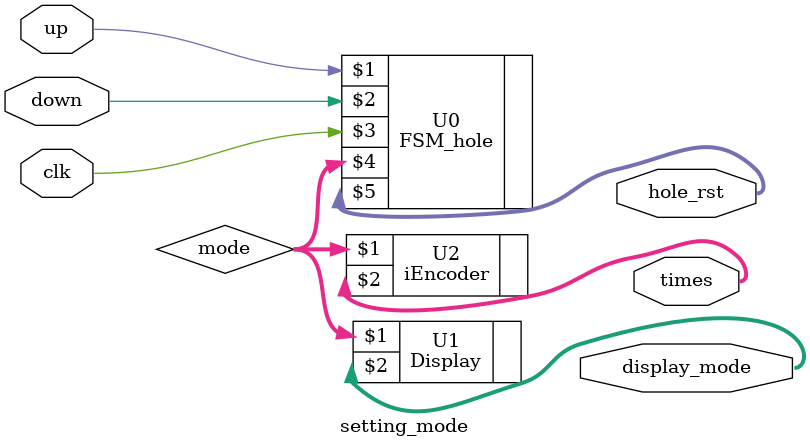
<source format=v>
module setting_mode(clk, up, down, hole_rst, display_mode, times);
	input clk, up, down;
	output [9:0]hole_rst;
	output [6:0]display_mode;
	output [5:0]times;
	//变量类型
	wire [3:0]mode;
	//实例化
	FSM_hole U0(up, down, clk, mode, hole_rst);
	Display U1(mode, display_mode);
	iEncoder U2(mode, times);
endmodule

</source>
